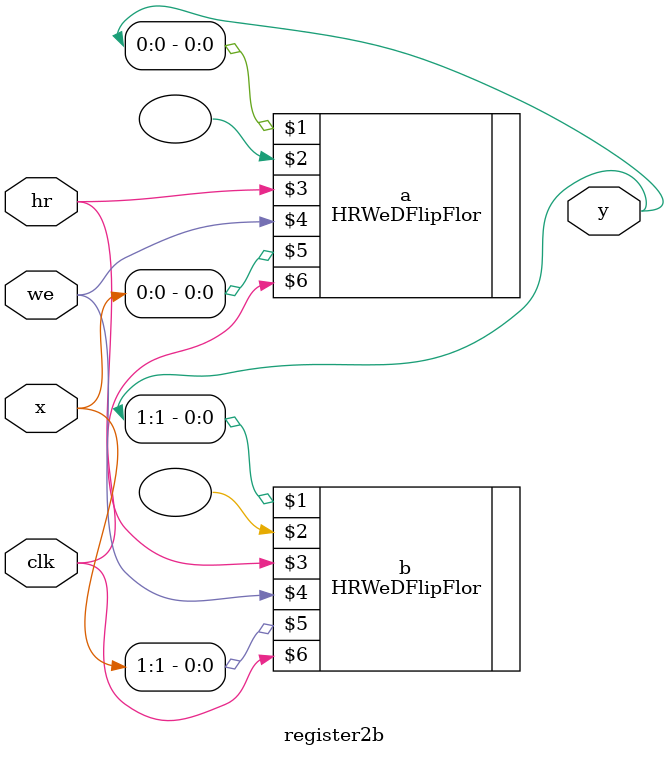
<source format=v>
module register2b(output[1:0] y, input [1:0]x, input clk, input we, input hr);

    HRWeDFlipFlor  a(y[0], , hr, we, x[0], clk);
    HRWeDFlipFlor  b(y[1], , hr, we, x[1], clk);

endmodule
</source>
